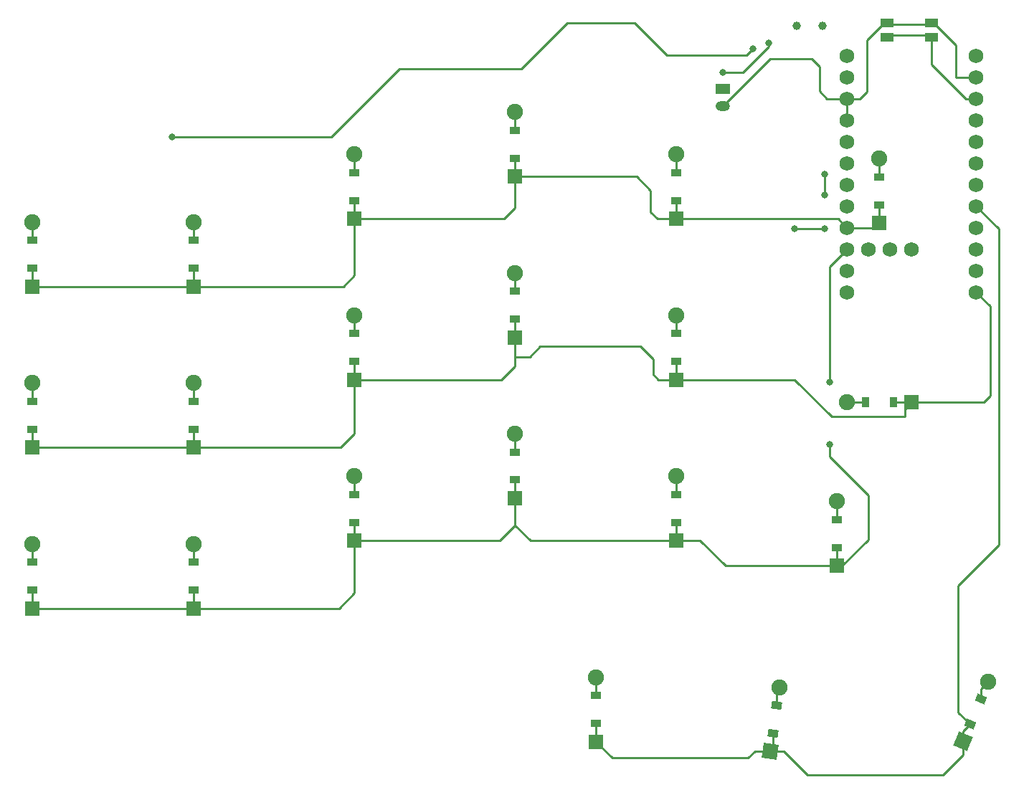
<source format=gbr>
%TF.GenerationSoftware,KiCad,Pcbnew,8.0.6*%
%TF.CreationDate,2024-12-24T11:18:05+01:00*%
%TF.ProjectId,left,6c656674-2e6b-4696-9361-645f70636258,v1.0.0*%
%TF.SameCoordinates,Original*%
%TF.FileFunction,Copper,L1,Top*%
%TF.FilePolarity,Positive*%
%FSLAX46Y46*%
G04 Gerber Fmt 4.6, Leading zero omitted, Abs format (unit mm)*
G04 Created by KiCad (PCBNEW 8.0.6) date 2024-12-24 11:18:05*
%MOMM*%
%LPD*%
G01*
G04 APERTURE LIST*
G04 Aperture macros list*
%AMRotRect*
0 Rectangle, with rotation*
0 The origin of the aperture is its center*
0 $1 length*
0 $2 width*
0 $3 Rotation angle, in degrees counterclockwise*
0 Add horizontal line*
21,1,$1,$2,0,0,$3*%
G04 Aperture macros list end*
%TA.AperFunction,WasherPad*%
%ADD10C,1.000000*%
%TD*%
%TA.AperFunction,ComponentPad*%
%ADD11R,1.778000X1.778000*%
%TD*%
%TA.AperFunction,SMDPad,CuDef*%
%ADD12R,1.200000X0.900000*%
%TD*%
%TA.AperFunction,ComponentPad*%
%ADD13C,1.905000*%
%TD*%
%TA.AperFunction,ComponentPad*%
%ADD14RotRect,1.778000X1.778000X67.000000*%
%TD*%
%TA.AperFunction,SMDPad,CuDef*%
%ADD15RotRect,0.900000X1.200000X67.000000*%
%TD*%
%TA.AperFunction,ComponentPad*%
%ADD16RotRect,1.778000X1.778000X82.000000*%
%TD*%
%TA.AperFunction,SMDPad,CuDef*%
%ADD17RotRect,0.900000X1.200000X82.000000*%
%TD*%
%TA.AperFunction,ComponentPad*%
%ADD18R,1.700000X1.200000*%
%TD*%
%TA.AperFunction,ComponentPad*%
%ADD19O,1.700000X1.200000*%
%TD*%
%TA.AperFunction,ComponentPad*%
%ADD20C,1.752600*%
%TD*%
%TA.AperFunction,SMDPad,CuDef*%
%ADD21R,1.550000X1.000000*%
%TD*%
%TA.AperFunction,SMDPad,CuDef*%
%ADD22R,0.900000X1.200000*%
%TD*%
%TA.AperFunction,ViaPad*%
%ADD23C,0.800000*%
%TD*%
%TA.AperFunction,Conductor*%
%ADD24C,0.250000*%
%TD*%
G04 APERTURE END LIST*
D10*
%TO.P,T1,*%
%TO.N,*%
X131750000Y-99500000D03*
X134750000Y-99500000D03*
%TD*%
D11*
%TO.P,D4,1*%
%TO.N,P011*%
X60500000Y-168310000D03*
D12*
X60500000Y-166150000D03*
%TO.P,D4,2*%
%TO.N,ColB_Row1*%
X60500000Y-162850000D03*
D13*
X60500000Y-160690000D03*
%TD*%
D11*
%TO.P,D5,1*%
%TO.N,P009*%
X60500000Y-149310000D03*
D12*
X60500000Y-147150000D03*
%TO.P,D5,2*%
%TO.N,ColB_Row2*%
X60500000Y-143850000D03*
D13*
X60500000Y-141690000D03*
%TD*%
D14*
%TO.P,D19,1*%
%TO.N,P115*%
X151389326Y-184007308D03*
D15*
X152233307Y-182019018D03*
%TO.P,D19,2*%
%TO.N,ColF_Row0*%
X153522719Y-178981352D03*
D13*
X154366700Y-176993062D03*
%TD*%
D11*
%TO.P,D10,1*%
%TO.N,P011*%
X98500000Y-155310000D03*
D12*
X98500000Y-153150000D03*
%TO.P,D10,2*%
%TO.N,ColD_Row1*%
X98500000Y-149850000D03*
D13*
X98500000Y-147690000D03*
%TD*%
D16*
%TO.P,D18,1*%
%TO.N,P115*%
X128618650Y-185194211D03*
D17*
X128919265Y-183055232D03*
%TO.P,D18,2*%
%TO.N,ColE_Row0*%
X129378537Y-179787348D03*
D13*
X129679152Y-177648369D03*
%TD*%
D11*
%TO.P,D8,1*%
%TO.N,P009*%
X79500000Y-141310000D03*
D12*
X79500000Y-139150000D03*
%TO.P,D8,2*%
%TO.N,ColC_Row2*%
X79500000Y-135850000D03*
D13*
X79500000Y-133690000D03*
%TD*%
D11*
%TO.P,D21,1*%
%TO.N,P100*%
X141500000Y-122810000D03*
D12*
X141500000Y-120650000D03*
%TO.P,D21,2*%
%TO.N,ColF_Row3*%
X141500000Y-117350000D03*
D13*
X141500000Y-115190000D03*
%TD*%
D11*
%TO.P,D6,1*%
%TO.N,P100*%
X60500000Y-130310000D03*
D12*
X60500000Y-128150000D03*
%TO.P,D6,2*%
%TO.N,ColB_Row3*%
X60500000Y-124850000D03*
D13*
X60500000Y-122690000D03*
%TD*%
D18*
%TO.P,JST1,1*%
%TO.N,pos*%
X123000000Y-107000000D03*
D19*
%TO.P,JST1,2*%
%TO.N,GND*%
X123000000Y-109000000D03*
%TD*%
D11*
%TO.P,D11,1*%
%TO.N,P009*%
X98500000Y-136310000D03*
D12*
X98500000Y-134150000D03*
%TO.P,D11,2*%
%TO.N,ColD_Row2*%
X98500000Y-130850000D03*
D13*
X98500000Y-128690000D03*
%TD*%
D11*
%TO.P,D1,1*%
%TO.N,P011*%
X41500000Y-168310000D03*
D12*
X41500000Y-166150000D03*
%TO.P,D1,2*%
%TO.N,ColA_Row1*%
X41500000Y-162850000D03*
D13*
X41500000Y-160690000D03*
%TD*%
D11*
%TO.P,D3,1*%
%TO.N,P100*%
X41500000Y-130310000D03*
D12*
X41500000Y-128150000D03*
%TO.P,D3,2*%
%TO.N,ColA_Row3*%
X41500000Y-124850000D03*
D13*
X41500000Y-122690000D03*
%TD*%
D11*
%TO.P,D14,1*%
%TO.N,P009*%
X117500000Y-141310000D03*
D12*
X117500000Y-139150000D03*
%TO.P,D14,2*%
%TO.N,ColE_Row2*%
X117500000Y-135850000D03*
D13*
X117500000Y-133690000D03*
%TD*%
D11*
%TO.P,D7,1*%
%TO.N,P011*%
X79500000Y-160310000D03*
D12*
X79500000Y-158150000D03*
%TO.P,D7,2*%
%TO.N,ColC_Row1*%
X79500000Y-154850000D03*
D13*
X79500000Y-152690000D03*
%TD*%
D11*
%TO.P,D17,1*%
%TO.N,P115*%
X108000000Y-184060000D03*
D12*
X108000000Y-181900000D03*
%TO.P,D17,2*%
%TO.N,ColD_Row0*%
X108000000Y-178600000D03*
D13*
X108000000Y-176440000D03*
%TD*%
D20*
%TO.P,MCU1,1*%
%TO.N,P006*%
X137680000Y-103030000D03*
%TO.P,MCU1,2*%
%TO.N,P008*%
X137680000Y-105570000D03*
%TO.P,MCU1,3*%
%TO.N,GND*%
X137680000Y-108110000D03*
%TO.P,MCU1,4*%
X137680000Y-110650000D03*
%TO.P,MCU1,5*%
%TO.N,P017*%
X137680000Y-113190000D03*
%TO.P,MCU1,6*%
%TO.N,P020*%
X137680000Y-115730000D03*
%TO.P,MCU1,7*%
%TO.N,P022*%
X137680000Y-118270000D03*
%TO.P,MCU1,8*%
%TO.N,P024*%
X137680000Y-120810000D03*
%TO.P,MCU1,9*%
%TO.N,P100*%
X137680000Y-123350000D03*
%TO.P,MCU1,10*%
%TO.N,P011*%
X137680000Y-125890000D03*
%TO.P,MCU1,11*%
%TO.N,P104*%
X137680000Y-128430000D03*
%TO.P,MCU1,12*%
%TO.N,P106*%
X137680000Y-130970000D03*
%TO.P,MCU1,13*%
%TO.N,P009*%
X152920000Y-130970000D03*
%TO.P,MCU1,14*%
%TO.N,P010*%
X152920000Y-128430000D03*
%TO.P,MCU1,15*%
%TO.N,P111*%
X152920000Y-125890000D03*
%TO.P,MCU1,16*%
%TO.N,P113*%
X152920000Y-123350000D03*
%TO.P,MCU1,17*%
%TO.N,P115*%
X152920000Y-120810000D03*
%TO.P,MCU1,18*%
%TO.N,P002*%
X152920000Y-118270000D03*
%TO.P,MCU1,19*%
%TO.N,P029*%
X152920000Y-115730000D03*
%TO.P,MCU1,20*%
%TO.N,P031*%
X152920000Y-113190000D03*
%TO.P,MCU1,21*%
%TO.N,VCC*%
X152920000Y-110650000D03*
%TO.P,MCU1,22*%
%TO.N,RST*%
X152920000Y-108110000D03*
%TO.P,MCU1,23*%
%TO.N,GND*%
X152920000Y-105570000D03*
%TO.P,MCU1,24*%
%TO.N,RAW*%
X152920000Y-103030000D03*
%TO.P,MCU1,31*%
%TO.N,P101*%
X140220000Y-125890000D03*
%TO.P,MCU1,32*%
%TO.N,P102*%
X142760000Y-125890000D03*
%TO.P,MCU1,33*%
%TO.N,P107*%
X145300000Y-125890000D03*
%TD*%
D21*
%TO.P,B1,1*%
%TO.N,GND*%
X142375000Y-99150000D03*
X147625000Y-99150000D03*
%TO.P,B1,2*%
%TO.N,RST*%
X142375000Y-100850000D03*
X147625000Y-100850000D03*
%TD*%
D11*
%TO.P,D16,1*%
%TO.N,P011*%
X136500000Y-163310000D03*
D12*
X136500000Y-161150000D03*
%TO.P,D16,2*%
%TO.N,ColF_Row1*%
X136500000Y-157850000D03*
D13*
X136500000Y-155690000D03*
%TD*%
D11*
%TO.P,D9,1*%
%TO.N,P100*%
X79500000Y-122310000D03*
D12*
X79500000Y-120150000D03*
%TO.P,D9,2*%
%TO.N,ColC_Row3*%
X79500000Y-116850000D03*
D13*
X79500000Y-114690000D03*
%TD*%
D11*
%TO.P,D15,1*%
%TO.N,P100*%
X117500000Y-122310000D03*
D12*
X117500000Y-120150000D03*
%TO.P,D15,2*%
%TO.N,ColE_Row3*%
X117500000Y-116850000D03*
D13*
X117500000Y-114690000D03*
%TD*%
D11*
%TO.P,D2,1*%
%TO.N,P009*%
X41500000Y-149310000D03*
D12*
X41500000Y-147150000D03*
%TO.P,D2,2*%
%TO.N,ColA_Row2*%
X41500000Y-143850000D03*
D13*
X41500000Y-141690000D03*
%TD*%
D11*
%TO.P,D12,1*%
%TO.N,P100*%
X98500000Y-117310000D03*
D12*
X98500000Y-115150000D03*
%TO.P,D12,2*%
%TO.N,ColD_Row3*%
X98500000Y-111850000D03*
D13*
X98500000Y-109690000D03*
%TD*%
D11*
%TO.P,D13,1*%
%TO.N,P011*%
X117500000Y-160310000D03*
D12*
X117500000Y-158150000D03*
%TO.P,D13,2*%
%TO.N,ColE_Row1*%
X117500000Y-154850000D03*
D13*
X117500000Y-152690000D03*
%TD*%
D11*
%TO.P,D20,1*%
%TO.N,P009*%
X145310000Y-144000000D03*
D22*
X143150000Y-144000000D03*
%TO.P,D20,2*%
%TO.N,ColF_Row2*%
X139850000Y-144000000D03*
D13*
X137690000Y-144000000D03*
%TD*%
D23*
%TO.N,P006*%
X58000000Y-112600000D03*
X126600000Y-102200000D03*
%TO.N,P020*%
X131500000Y-123500000D03*
X135000000Y-123500000D03*
X135000000Y-117000000D03*
X135000000Y-119500000D03*
%TO.N,P011*%
X135600000Y-141600000D03*
X135600000Y-149000000D03*
%TO.N,pos*%
X128425000Y-101575000D03*
X123000000Y-105000000D03*
%TD*%
D24*
%TO.N,P006*%
X112600000Y-99200000D02*
X116400000Y-103000000D01*
X116400000Y-103000000D02*
X125800000Y-103000000D01*
X99200000Y-104600000D02*
X104600000Y-99200000D01*
X104600000Y-99200000D02*
X112600000Y-99200000D01*
X125800000Y-103000000D02*
X126600000Y-102200000D01*
X84800000Y-104600000D02*
X99200000Y-104600000D01*
X58000000Y-112600000D02*
X76800000Y-112600000D01*
X76800000Y-112600000D02*
X84800000Y-104600000D01*
%TO.N,ColA_Row1*%
X41500000Y-162850000D02*
X41500000Y-160690000D01*
%TO.N,ColA_Row2*%
X41500000Y-143850000D02*
X41500000Y-141690000D01*
%TO.N,ColA_Row3*%
X41500000Y-124850000D02*
X41500000Y-122690000D01*
%TO.N,ColB_Row1*%
X60500000Y-162850000D02*
X60500000Y-160690000D01*
%TO.N,ColB_Row2*%
X60500000Y-143850000D02*
X60500000Y-141690000D01*
%TO.N,ColB_Row3*%
X60500000Y-124850000D02*
X60500000Y-122690000D01*
%TO.N,ColC_Row1*%
X79500000Y-154850000D02*
X79500000Y-152690000D01*
%TO.N,ColC_Row2*%
X79500000Y-133690000D02*
X79500000Y-135850000D01*
%TO.N,ColC_Row3*%
X79500000Y-116850000D02*
X79500000Y-114690000D01*
%TO.N,P020*%
X131500000Y-123500000D02*
X135000000Y-123500000D01*
X135000000Y-119500000D02*
X135000000Y-117000000D01*
%TO.N,ColD_Row1*%
X98500000Y-149850000D02*
X98500000Y-147690000D01*
%TO.N,ColD_Row2*%
X98500000Y-128690000D02*
X98500000Y-130850000D01*
%TO.N,ColD_Row3*%
X98500000Y-109690000D02*
X98500000Y-111850000D01*
%TO.N,ColE_Row1*%
X117500000Y-154850000D02*
X117500000Y-152690000D01*
%TO.N,ColE_Row2*%
X117500000Y-135850000D02*
X117500000Y-133690000D01*
%TO.N,ColE_Row3*%
X117500000Y-114690000D02*
X117500000Y-116850000D01*
%TO.N,ColF_Row1*%
X136500000Y-157850000D02*
X136500000Y-155690000D01*
%TO.N,ColF_Row3*%
X141500000Y-117350000D02*
X141500000Y-115190000D01*
%TO.N,ColD_Row0*%
X108000000Y-178600000D02*
X108000000Y-176440000D01*
%TO.N,ColE_Row0*%
X129378537Y-177948983D02*
X129679151Y-177648369D01*
X129378537Y-179787348D02*
X129378537Y-177948983D01*
%TO.N,ColF_Row0*%
X153522719Y-177837042D02*
X154366699Y-176993062D01*
X153522719Y-178981352D02*
X153522719Y-177837042D01*
%TO.N,ColF_Row2*%
X137690000Y-144000000D02*
X139850000Y-144000000D01*
%TO.N,GND*%
X128600000Y-103400000D02*
X133485000Y-103400000D01*
X142375000Y-99150000D02*
X142600000Y-99375000D01*
X150570000Y-105570000D02*
X152920000Y-105570000D01*
X134400000Y-107200000D02*
X135310000Y-108110000D01*
X123000000Y-109000000D02*
X128600000Y-103400000D01*
X147625000Y-99150000D02*
X147900000Y-99150000D01*
X147900000Y-99150000D02*
X150570000Y-101820000D01*
X147400000Y-99375000D02*
X147625000Y-99150000D01*
X142375000Y-99150000D02*
X142650000Y-99150000D01*
X140000000Y-101250000D02*
X142100000Y-99150000D01*
X137680000Y-108110000D02*
X139190000Y-108110000D01*
X134400000Y-104315000D02*
X134400000Y-107200000D01*
X135310000Y-108110000D02*
X137680000Y-108110000D01*
X139190000Y-108110000D02*
X140000000Y-107300000D01*
X142600000Y-99375000D02*
X147400000Y-99375000D01*
X137680000Y-108110000D02*
X137680000Y-110650000D01*
X133485000Y-103400000D02*
X134400000Y-104315000D01*
X140000000Y-107300000D02*
X140000000Y-101250000D01*
X142375000Y-99150000D02*
X142500000Y-99150000D01*
X150570000Y-101820000D02*
X150570000Y-105570000D01*
X142100000Y-99150000D02*
X142375000Y-99150000D01*
%TO.N,RST*%
X147625000Y-100850000D02*
X147625000Y-104054275D01*
X151680725Y-108110000D02*
X152920000Y-108110000D01*
X147625000Y-104054275D02*
X151680725Y-108110000D01*
X142600000Y-100625000D02*
X147400000Y-100625000D01*
X142375000Y-100850000D02*
X142600000Y-100625000D01*
X147400000Y-100625000D02*
X147625000Y-100850000D01*
%TO.N,P115*%
X149000000Y-188000000D02*
X151389327Y-185610673D01*
X155600000Y-160800000D02*
X155600000Y-123490000D01*
X126805789Y-185194211D02*
X128618651Y-185194211D01*
X108000000Y-184060000D02*
X109940000Y-186000000D01*
X130194211Y-185194211D02*
X133000000Y-188000000D01*
X151389327Y-182862998D02*
X152233307Y-182019018D01*
X128919265Y-183055232D02*
X128919265Y-184893597D01*
X150800000Y-180585711D02*
X150800000Y-165600000D01*
X108000000Y-181900000D02*
X108000000Y-184060000D01*
X126000000Y-186000000D02*
X126805789Y-185194211D01*
X128618651Y-185194211D02*
X130194211Y-185194211D01*
X128919265Y-184893597D02*
X128618651Y-185194211D01*
X151389327Y-185610673D02*
X151389327Y-184007308D01*
X155600000Y-123490000D02*
X152920000Y-120810000D01*
X133000000Y-188000000D02*
X149000000Y-188000000D01*
X152233307Y-182019018D02*
X150800000Y-180585711D01*
X151389327Y-184007308D02*
X151389327Y-182862998D01*
X150800000Y-165600000D02*
X155600000Y-160800000D01*
X109940000Y-186000000D02*
X126000000Y-186000000D01*
%TO.N,P009*%
X153800000Y-144000000D02*
X154600000Y-143200000D01*
X117500000Y-141310000D02*
X131510000Y-141310000D01*
X154600000Y-132650000D02*
X152920000Y-130970000D01*
X79500000Y-147700000D02*
X79500000Y-139150000D01*
X98500000Y-139700000D02*
X98500000Y-138600000D01*
X117500000Y-141310000D02*
X115410000Y-141310000D01*
X144500000Y-145700000D02*
X144500000Y-144810000D01*
X114800000Y-138900000D02*
X113300000Y-137400000D01*
X115410000Y-141310000D02*
X114800000Y-140700000D01*
X41500000Y-149310000D02*
X60500000Y-149310000D01*
X60500000Y-149310000D02*
X77890000Y-149310000D01*
X98500000Y-138600000D02*
X98500000Y-134150000D01*
X100200000Y-138600000D02*
X98500000Y-138600000D01*
X135900000Y-145700000D02*
X144500000Y-145700000D01*
X145310000Y-144000000D02*
X153800000Y-144000000D01*
X144500000Y-144810000D02*
X145310000Y-144000000D01*
X154600000Y-143200000D02*
X154600000Y-132650000D01*
X79500000Y-141310000D02*
X96890000Y-141310000D01*
X131510000Y-141310000D02*
X135900000Y-145700000D01*
X41500000Y-147150000D02*
X41500000Y-149310000D01*
X60500000Y-147150000D02*
X60500000Y-149310000D01*
X77890000Y-149310000D02*
X79500000Y-147700000D01*
X96890000Y-141310000D02*
X98500000Y-139700000D01*
X117500000Y-139150000D02*
X117500000Y-141310000D01*
X113300000Y-137400000D02*
X101400000Y-137400000D01*
X145310000Y-144000000D02*
X143150000Y-144000000D01*
X114800000Y-140700000D02*
X114800000Y-138900000D01*
X101400000Y-137400000D02*
X100200000Y-138600000D01*
%TO.N,P100*%
X140960000Y-123350000D02*
X141500000Y-122810000D01*
X115310000Y-122310000D02*
X117500000Y-122310000D01*
X117500000Y-120150000D02*
X117500000Y-122310000D01*
X112810000Y-117310000D02*
X114500000Y-119000000D01*
X79500000Y-129000000D02*
X79500000Y-120150000D01*
X141500000Y-122810000D02*
X141500000Y-120650000D01*
X78190000Y-130310000D02*
X79500000Y-129000000D01*
X114500000Y-119000000D02*
X114500000Y-121500000D01*
X79500000Y-122310000D02*
X97190000Y-122310000D01*
X114500000Y-121500000D02*
X115310000Y-122310000D01*
X98500000Y-121000000D02*
X98500000Y-115150000D01*
X136640000Y-122310000D02*
X137680000Y-123350000D01*
X60500000Y-130310000D02*
X60500000Y-128150000D01*
X137680000Y-123350000D02*
X140960000Y-123350000D01*
X41500000Y-130310000D02*
X60500000Y-130310000D01*
X97190000Y-122310000D02*
X98500000Y-121000000D01*
X41500000Y-128150000D02*
X41500000Y-130310000D01*
X117500000Y-122310000D02*
X136640000Y-122310000D01*
X60500000Y-130310000D02*
X78190000Y-130310000D01*
X98500000Y-117310000D02*
X112810000Y-117310000D01*
%TO.N,P011*%
X98500000Y-158500000D02*
X100310000Y-160310000D01*
X136500000Y-161150000D02*
X136500000Y-163310000D01*
X135600000Y-150400000D02*
X140200000Y-155000000D01*
X79500000Y-162000000D02*
X79500000Y-160310000D01*
X135600000Y-149000000D02*
X135600000Y-150400000D01*
X77690000Y-168310000D02*
X79500000Y-166500000D01*
X100310000Y-160310000D02*
X117500000Y-160310000D01*
X117500000Y-158150000D02*
X117500000Y-160310000D01*
X140200000Y-160200000D02*
X137090000Y-163310000D01*
X135600000Y-141600000D02*
X135600000Y-127970000D01*
X79500000Y-166500000D02*
X79500000Y-162000000D01*
X60500000Y-168310000D02*
X60500000Y-166150000D01*
X137090000Y-163310000D02*
X136500000Y-163310000D01*
X41500000Y-166150000D02*
X41500000Y-168310000D01*
X140200000Y-155000000D02*
X140200000Y-160200000D01*
X96690000Y-160310000D02*
X98500000Y-158500000D01*
X79500000Y-160310000D02*
X96690000Y-160310000D01*
X135600000Y-127970000D02*
X137680000Y-125890000D01*
X98500000Y-153150000D02*
X98500000Y-155310000D01*
X41500000Y-168310000D02*
X60500000Y-168310000D01*
X117500000Y-160310000D02*
X120310000Y-160310000D01*
X98500000Y-158500000D02*
X98500000Y-155310000D01*
X79500000Y-158150000D02*
X79500000Y-162000000D01*
X120310000Y-160310000D02*
X123310000Y-163310000D01*
X123310000Y-163310000D02*
X136500000Y-163310000D01*
X60500000Y-168310000D02*
X77690000Y-168310000D01*
%TO.N,pos*%
X123000000Y-105000000D02*
X125400000Y-105000000D01*
X128425000Y-101975000D02*
X128425000Y-101575000D01*
X125400000Y-105000000D02*
X128425000Y-101975000D01*
%TD*%
M02*

</source>
